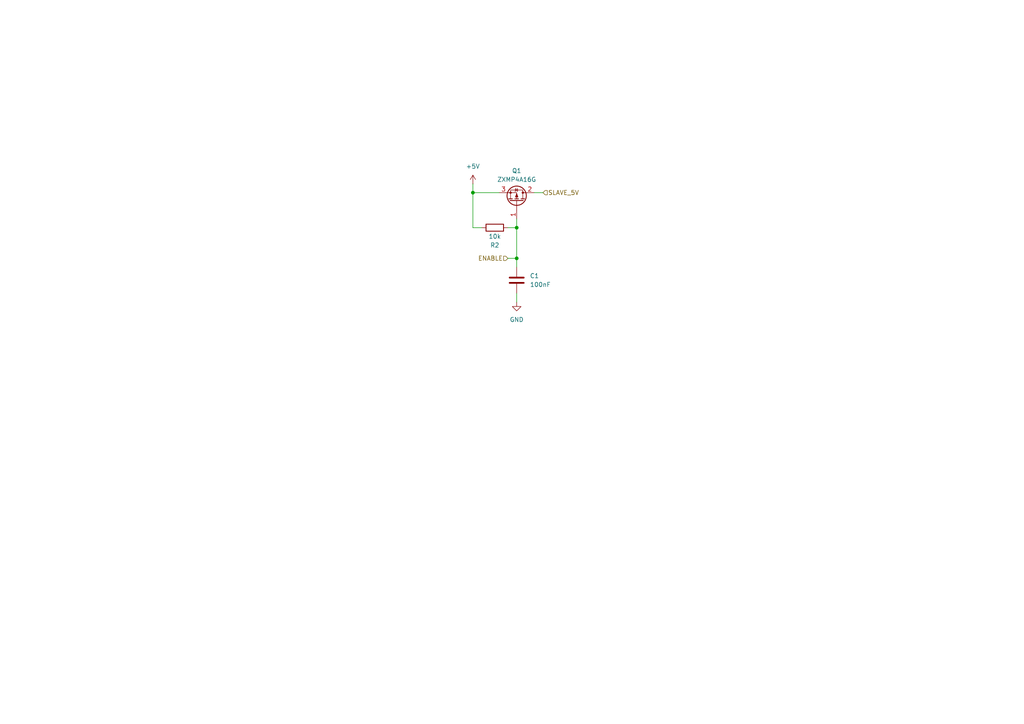
<source format=kicad_sch>
(kicad_sch (version 20231120) (generator "eeschema") (generator_version "8.0")
  (paper "A4")
  (title_block (title "Aphid BMS Master") (date "2024-07-06") (rev "1.0") (company "https://aphid-ev.se"))
  (lib_symbols
    (symbol "Device:C" (pin_numbers hide) (pin_names (offset 0.254))
      (property "Reference" "C" (at 0.635 2.54 0))
      (property "Value" "C" (at 0.635 -2.54 0))
      (symbol "C_0_1"
        (polyline (pts (xy -2.032 -0.762) (xy 2.032 -0.762)) (stroke (width 0.508)))
        (polyline (pts (xy -2.032 0.762) (xy 2.032 0.762)) (stroke (width 0.508)))
      )
      (symbol "C_1_1"
        (pin passive line (at 0 3.81 270) (length 2.794) (name "~") (number "1"))
        (pin passive line (at 0 -3.81 90) (length 2.794) (name "~") (number "2"))
      )
    )
    (symbol "Device:R" (pin_numbers hide) (pin_names (offset 0))
      (property "Reference" "R" (at 2.032 0 90))
      (property "Value" "R" (at 0 0 90))
      (symbol "R_0_1"
        (rectangle (start -1.016 -2.54) (end 1.016 2.54) (stroke (width 0.254)))
      )
      (symbol "R_1_1"
        (pin passive line (at 0 3.81 270) (length 1.27) (name "~") (number "1"))
        (pin passive line (at 0 -3.81 90) (length 1.27) (name "~") (number "2"))
      )
    )
    (symbol "Transistor_FET:ZXMP4A16G" (pin_names hide)
      (property "Reference" "Q" (at 5.08 1.905 0))
      (property "Value" "ZXMP4A16G" (at 5.08 0 0))
      (symbol "ZXMP4A16G_0_1"
        (polyline (pts (xy 0.254 0) (xy -2.54 0)))
        (polyline (pts (xy 0.254 1.905) (xy 0.254 -1.905)) (stroke (width 0.254)))
        (polyline (pts (xy 0.762 -1.27) (xy 0.762 -2.286)) (stroke (width 0.254)))
        (polyline (pts (xy 0.762 0.508) (xy 0.762 -0.508)) (stroke (width 0.254)))
        (polyline (pts (xy 0.762 2.286) (xy 0.762 1.27)) (stroke (width 0.254)))
        (polyline (pts (xy 2.54 2.54) (xy 2.54 1.778)))
        (polyline (pts (xy 2.54 -2.54) (xy 2.54 0) (xy 0.762 0)))
        (polyline (pts (xy 0.762 1.778) (xy 3.302 1.778) (xy 3.302 -1.778) (xy 0.762 -1.778)))
        (polyline (pts (xy 2.286 0) (xy 1.27 0.381) (xy 1.27 -0.381) (xy 2.286 0)) (fill (type outline)))
        (polyline (pts (xy 2.794 -0.508) (xy 2.921 -0.381) (xy 3.683 -0.381) (xy 3.81 -0.254)))
        (polyline (pts (xy 3.302 -0.381) (xy 2.921 0.254) (xy 3.683 0.254) (xy 3.302 -0.381)))
        (circle (center 1.651 0) (radius 2.794) (stroke (width 0.254)))
        (circle (center 2.54 -1.778) (radius 0.254) (fill (type outline)))
        (circle (center 2.54 1.778) (radius 0.254) (fill (type outline)))
      )
      (symbol "ZXMP4A16G_1_1"
        (pin input line (at -5.08 0 0) (length 2.54) (name "G") (number "1"))
        (pin passive line (at 2.54 5.08 270) (length 2.54) (name "D") (number "2"))
        (pin passive line (at 2.54 -5.08 90) (length 2.54) (name "S") (number "3"))
      )
    )
    (symbol "power:+5V" (power) (pin_numbers hide) (pin_names (offset 0) hide)
      (property "Value" "+5V" (at 0 3.556 0))
      (symbol "+5V_0_1"
        (polyline (pts (xy -0.762 1.27) (xy 0 2.54)))
        (polyline (pts (xy 0 0) (xy 0 2.54)))
        (polyline (pts (xy 0 2.54) (xy 0.762 1.27)))
      )
      (symbol "+5V_1_1"
        (pin power_in line (at 0 0 90) (length 0) (name "~") (number "1"))
      )
    )
    (symbol "power:GND" (power) (pin_numbers hide) (pin_names (offset 0) hide)
      (property "Value" "GND" (at 0 -3.81 0))
      (symbol "GND_0_1"
        (polyline (pts (xy 0 0) (xy 0 -1.27) (xy 1.27 -1.27) (xy 0 -2.54) (xy -1.27 -1.27) (xy 0 -1.27)))
      )
      (symbol "GND_1_1"
        (pin power_in line (at 0 0 270) (length 0) (name "~") (number "1"))
      )
    )
  )
  (junction (at 149.86 66.04))
  (junction (at 149.86 74.93))
  (junction (at 137.16 55.88))
  (wire (pts (xy 147.32 66.04) (xy 149.86 66.04)))
  (wire (pts (xy 147.32 74.93) (xy 149.86 74.93)))
  (wire (pts (xy 149.86 74.93) (xy 149.86 77.47)))
  (wire (pts (xy 137.16 55.88) (xy 144.78 55.88)))
  (wire (pts (xy 149.86 74.93) (xy 149.86 66.04)))
  (wire (pts (xy 149.86 66.04) (xy 149.86 63.5)))
  (wire (pts (xy 137.16 55.88) (xy 137.16 66.04)))
  (wire (pts (xy 137.16 53.34) (xy 137.16 55.88)))
  (wire (pts (xy 139.7 66.04) (xy 137.16 66.04)))
  (wire (pts (xy 154.94 55.88) (xy 157.48 55.88)))
  (wire (pts (xy 149.86 85.09) (xy 149.86 87.63)))
  (hierarchical_label "ENABLE" (shape input) (at 147.32 74.93 180))
  (hierarchical_label "SLAVE_5V" (shape input) (at 157.48 55.88 0))
  (symbol (lib_id "power:+5V") (at 137.16 53.34 0) (unit 1)
    (property "Reference" "#PWR013" (effects (hide yes)))
    (property "Value" "+5V" (at 137.16 48.26 0))
    (property "Description" "Power symbol creates a global label with name \"+5V\"" (effects (hide yes)))
  )
  (symbol (lib_id "Device:C") (at 149.86 81.28 0) (unit 1)
    (property "Reference" "C1" (at 153.67 80.0099 0) (effects (justify left)))
    (property "Value" "100nF" (at 153.67 82.5499 0) (effects (justify left)))
    (property "Footprint" "Capacitor_SMD:C_0603_1608Metric" (effects (hide yes)))
    (property "Description" "Unpolarized capacitor" (effects (hide yes)))
  )
  (symbol (lib_id "Transistor_FET:ZXMP4A16G") (at 149.86 58.42 270) (mirror x) (unit 1)
    (property "Reference" "Q1" (at 149.86 49.53 90))
    (property "Value" "ZXMP4A16G" (at 149.86 52.07 90))
    (property "Footprint" "Package_TO_SOT_SMD:SOT-223-3_TabPin2" (effects (hide yes)))
    (property "Datasheet" "https://www.diodes.com/assets/Datasheets/ZXMP4A16G.pdf" (effects (hide yes)))
    (property "Description" "-6.4A Id, -40V Vds, P-Channel MOSFET, SOT-223" (effects (hide yes)))
  )
  (symbol (lib_id "Device:R") (at 143.51 66.04 90) (mirror x) (unit 1)
    (property "Reference" "R2" (at 143.51 71.12 90))
    (property "Value" "10k" (at 143.51 68.58 90))
    (property "Footprint" "Resistor_SMD:R_0805_2012Metric" (effects (hide yes)))
    (property "Description" "Resistor" (effects (hide yes)))
  )
  (symbol (lib_id "power:GND") (at 149.86 87.63 0) (unit 1)
    (property "Reference" "#PWR014" (effects (hide yes)))
    (property "Value" "GND" (at 149.86 92.71 0))
    (property "Description" "Power symbol creates a global label with name \"GND\" , ground" (effects (hide yes)))
  )
)
</source>
